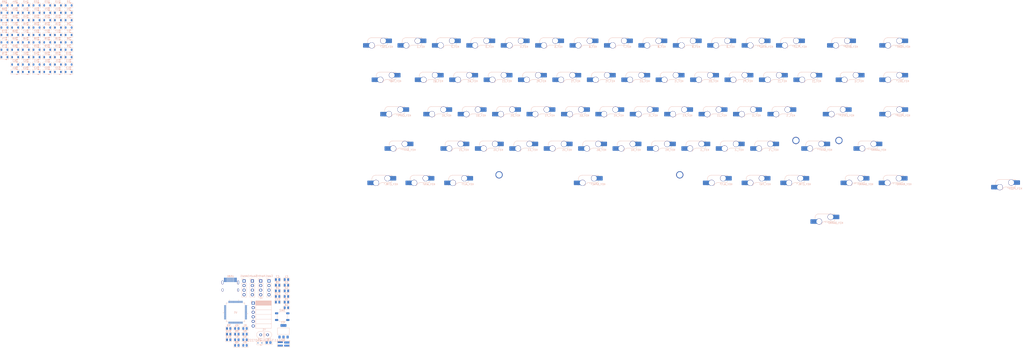
<source format=kicad_pcb>
(kicad_pcb (version 20241229) (generator "pcbnew") (generator_version "9.0")
  (layers (0 "F.Cu" signal) (4 "In1.Cu" signal) (6 "In2.Cu" signal) (2 "B.Cu" signal) (13 "F.Paste" user) (15 "B.Paste" user) (5 "F.SilkS" user "F.Silkscreen") (7 "B.SilkS" user "B.Silkscreen") (1 "F.Mask" user) (3 "B.Mask" user) (25 "Edge.Cuts" user))
  (net 0 "")
  (net 1 "GND")
  (net 2 "+3.3V")
  (net 3 "+5V")
  (net 4 "Net-(D3-A)")
  (net 5 "Net-(D4-A)")
  (net 6 "Net-(D5-A)")
  (net 7 "Net-(D6-A)")
  (net 8 "Net-(D7-A)")
  (net 9 "Net-(D8-A)")
  (net 10 "Net-(D9-A)")
  (net 11 "Net-(D10-A)")
  (net 12 "Net-(D11-A)")
  (net 13 "Net-(D12-A)")
  (net 14 "Net-(D13-A)")
  (net 15 "Net-(D14-A)")
  (net 16 "Net-(D15-A)")
  (net 17 "Net-(D16-A)")
  (net 18 "Net-(D17-A)")
  (net 19 "Net-(D18-A)")
  (net 20 "Net-(D19-A)")
  (net 21 "Net-(D20-A)")
  (net 22 "Net-(D21-A)")
  (net 23 "Net-(D22-A)")
  (net 24 "Net-(D23-A)")
  (net 25 "Net-(D29-A)")
  (net 26 "Net-(D30-A)")
  (net 27 "Net-(D31-A)")
  (net 28 "Net-(D32-A)")
  (net 29 "Net-(D33-A)")
  (net 30 "Net-(D24-A)")
  (net 31 "Net-(D25-A)")
  (net 32 "Net-(D26-A)")
  (net 33 "Net-(D27-A)")
  (net 34 "Net-(D28-A)")
  (net 35 "Net-(D34-A)")
  (net 36 "/COL2")
  (net 37 "/COL3")
  (net 38 "/COL4")
  (net 39 "/COL5")
  (net 40 "/COL1")
  (net 41 "/ROT_TIMB")
  (net 42 "/ROT_TIMA")
  (net 43 "Net-(U1-OSCIN)")
  (net 44 "Net-(U1-OSCOUT)")
  (net 45 "Net-(U1-VCAP)")
  (net 46 "/NRST")
  (net 47 "/D+")
  (net 48 "/D-")
  (net 49 "/ROW1")
  (net 50 "/ROW2")
  (net 51 "/ROW3")
  (net 52 "/ROW4")
  (net 53 "/ROW5")
  (net 54 "Net-(D35-A)")
  (net 55 "/ROT_SW")
  (net 56 "/UART_TX_EAST")
  (net 57 "/UART_RX_EAST")
  (net 58 "Net-(U1-VDDA)")
  (net 59 "/RGB_DATAIN")
  (net 60 "Net-(D36-A)")
  (net 61 "Net-(D37-A)")
  (net 62 "Net-(D38-A)")
  (net 63 "Net-(D39-A)")
  (net 64 "Net-(D40-A)")
  (net 65 "Net-(D41-A)")
  (net 66 "Net-(D42-A)")
  (net 67 "Net-(D43-A)")
  (net 68 "Net-(D44-A)")
  (net 69 "Net-(D45-A)")
  (net 70 "Net-(D46-A)")
  (net 71 "Net-(D47-A)")
  (net 72 "Net-(D48-A)")
  (net 73 "Net-(D50-A)")
  (net 74 "Net-(D51-A)")
  (net 75 "Net-(D52-A)")
  (net 76 "Net-(D53-A)")
  (net 77 "Net-(D54-A)")
  (net 78 "Net-(D55-A)")
  (net 79 "Net-(D56-A)")
  (net 80 "Net-(D57-A)")
  (net 81 "Net-(D58-A)")
  (net 82 "/UART_TX_NORTH")
  (net 83 "/UART_RX_NORTH")
  (net 84 "Net-(USB1-CC2)")
  (net 85 "Net-(USB1-CC1)")
  (net 86 "Net-(U1-PA11)")
  (net 87 "Net-(U1-PA12)")
  (net 88 "Net-(U1-BOOT)")
  (net 89 "/JTCLK")
  (net 90 "Net-(J1-Pin_2)")
  (net 91 "/JTMS")
  (net 92 "Net-(J1-Pin_4)")
  (net 93 "Net-(J1-Pin_5)")
  (net 94 "Net-(J1-Pin_6)")
  (net 95 "/SWO")
  (net 96 "/UART_TX_SOUTH")
  (net 97 "/UART_RX_SOUTH")
  (net 99 "AGND")
  (net 100 "Net-(D59-A)")
  (net 101 "/UART_TX_WEST")
  (net 104 "Net-(D60-A)")
  (net 105 "Net-(D61-A)")
  (net 106 "Net-(D62-A)")
  (net 109 "Net-(D64-A)")
  (net 111 "Net-(D65-A)")
  (net 112 "Net-(D68-A)")
  (net 113 "/UART_RX_WEST")
  (net 114 "Net-(D71-A)")
  (net 115 "Net-(D72-A)")
  (net 116 "Net-(D73-A)")
  (net 119 "Net-(D2-A)")
  (net 124 "Net-(D74-A)")
  (net 125 "Net-(D75-A)")
  (net 126 "Net-(D76-A)")
  (net 127 "/COL12")
  (net 128 "/COL9")
  (net 129 "/COL10")
  (net 130 "/COL11")
  (net 131 "/COL6")
  (net 132 "/COL7")
  (net 133 "/COL8")
  (net 134 "/COL14")
  (net 135 "/COL13")
  (net 136 "/COL15")
  (footprint "PCM_marbastlib-mx:STAB_MX_2.25u" (layer "F.Cu") (at 288.2 85.725)
    (property "Reference" "S4" (hide yes))
    (property "Value" "MX_stab")
  )
  (footprint "PCM_marbastlib-mx:STAB_MX_P_2u" (layer "F.Cu") (at 276.225 104.775)
    (property "Reference" "S3" (hide yes))
    (property "Value" "MX_stab")
  )
  (footprint "PCM_marbastlib-mx:STAB_MX_P_6.25u" (layer "F.Cu") (at 150.01875 123.825)
    (property "Reference" "S2" (hide yes))
    (property "Value" "MX_stab")
  )
  (footprint "PCM_marbastlib-mx:STAB_MX_2u" (layer "F.Cu") (at 290.5125 47.625)
    (property "Reference" "S5" (hide yes))
    (property "Value" "MX_stab")
  )
  (footprint "PCM_marbastlib-mx:STAB_MX_2.25u" (layer "F.Cu") (at 45.24375 104.775)
    (property "Reference" "S1" (hide yes))
    (property "Value" "MX_stab")
  )
  (footprint "PCM_Resistor_SMD_AKL:R_0805_2012Metric" (layer "B.Cu") (at -45.1515 205.13825 180)
    (property "Reference" "R6")
    (property "Value" "22" (hide yes))
  )
  (footprint "PCM_marbastlib-mx:SW_MX_HS_CPG151101S11_1u" (layer "B.Cu") (at 52.41 47.625 180)
    (property "Reference" "KEY_1")
    (property "Value" "MX_SW_HS")
  )
  (footprint "PCM_marbastlib-mx:SW_MX_HS_CPG151101S11_1u" (layer "B.Cu") (at 233.4375 66.675 180)
    (property "Reference" "KEY_P1")
    (property "Value" "MX_SW_HS")
  )
  (footprint "PCM_Diode_SMD_AKL:D_SOD-123" (layer "B.Cu") (at -156.0315 35.19825 180)
    (property "Reference" "D36")
    (property "Value" "1N4148W" (hide yes))
  )
  (footprint "PCM_Capacitor_SMD_AKL:C_0805_2012Metric" (layer "B.Cu") (at -22.584182 178.02825 180)
    (property "Reference" "C8")
    (property "Value" "10uF" (hide yes))
  )
  (footprint "PCM_marbastlib-mx:SW_MX_HS_CPG151101S11_1u" (layer "B.Cu") (at 319.0875 47.625 180)
    (property "Reference" "KEY_HOME1")
    (property "Value" "MX_SW_HS")
  )
  (footprint "PCM_Diode_SMD_AKL:D_SOD-123" (layer "B.Cu") (at -167.8715 26.99825 180)
    (property "Reference" "D55")
    (property "Value" "1N4148W" (hide yes))
  )
  (footprint "PCM_marbastlib-mx:SW_MX_HS_CPG151101S11_1u" (layer "B.Cu") (at 247.65 104.775 180)
    (property "Reference" "KEY_/1")
    (property "Value" "MX_SW_HS")
  )
  (footprint "PCM_Diode_SMD_AKL:D_SOD-123" (layer "B.Cu") (at -173.7915 31.09825 180)
    (property "Reference" "D71")
    (property "Value" "1N4148W" (hide yes))
  )
  (footprint "PCM_marbastlib-mx:SW_MX_HS_CPG151101S11_1u" (layer "B.Cu") (at 223.86 47.625 180)
    (property "Reference" "KEY_0")
    (property "Value" "MX_SW_HS")
  )
  (footprint "PCM_marbastlib-mx:SW_MX_HS_CPG151101S11_1u" (layer "B.Cu") (at 190.5 104.775 180)
    (property "Reference" "KEY_M1")
    (property "Value" "MX_SW_HS")
  )
  (footprint "PCM_Diode_SMD_AKL:D_SOD-123" (layer "B.Cu") (at -156.0315 43.39825 180)
    (property "Reference" "D38")
    (property "Value" "1N4148W" (hide yes))
  )
  (footprint "PCM_Diode_SMD_AKL:D_SOD-123" (layer "B.Cu") (at -144.1915 59.79825 180)
    (property "Reference" "D22")
    (property "Value" "1N4148W" (hide yes))
  )
  (footprint "PCM_marbastlib-mx:SW_MX_HS_CPG151101S11_1u" (layer "B.Cu") (at 133.35 104.775 180)
    (property "Reference" "KEY_V1")
    (property "Value" "MX_SW_HS")
  )
  (footprint "PCM_marbastlib-mx:SW_MX_HS_CPG151101S11_1u" (layer "B.Cu") (at 219.075 85.725 180)
    (property "Reference" "KEY_L1")
    (property "Value" "MX_SW_HS")
  )
  (footprint "PCM_Diode_SMD_AKL:D_SOD-123" (layer "B.Cu") (at -150.1115 47.49825 180)
    (property "Reference" "D29")
    (property "Value" "1N4148W" (hide yes))
  )
  (footprint "PCM_marbastlib-mx:SW_MX_HS_CPG151101S11_1u" (layer "B.Cu") (at 176.2875 66.675 180)
    (property "Reference" "KEY_U1")
    (property "Value" "MX_SW_HS")
  )
  (footprint "PCM_Resistor_SMD_AKL:R_0805_2012Metric" (layer "B.Cu") (at -49.6715 208.25825 180)
    (property "Reference" "R13")
    (property "Value" "DNP" (hide yes))
  )
  (footprint "PCM_marbastlib-mx:SW_MX_HS_CPG151101S11_1u" (layer "B.Cu") (at 318.77 123.825 180)
    (property "Reference" "KEY_RARROW1")
    (property "Value" "MX_SW_HS")
  )
  (footprint "PCM_Diode_SMD_AKL:D_SOD-123" (layer "B.Cu") (at -144.1915 43.39825 180)
    (property "Reference" "D18")
    (property "Value" "1N4148W" (hide yes))
  )
  (footprint "PCM_Diode_SMD_AKL:D_SOD-123" (layer "B.Cu") (at -138.2715 22.89825 180)
    (property "Reference" "D3")
    (property "Value" "1N4148W" (hide yes))
  )
  (footprint "PCM_marbastlib-mx:SW_MX_HS_CPG151101S11_1u" (layer "B.Cu") (at 35.71875 123.825 180)
    (property "Reference" "KEY_CTRL1")
    (property "Value" "MX_SW_HS")
  )
  (footprint "PCM_Diode_SMD_AKL:D_SOD-123" (layer "B.Cu") (at -150.1115 22.89825 180)
    (property "Reference" "D23")
    (property "Value" "1N4148W" (hide yes))
  )
  (footprint "PCM_marbastlib-mx:SW_MX_HS_CPG151101S11_1u" (layer "B.Cu") (at 150.01875 123.825 180)
    (property "Reference" "KEY_SPACE1")
    (property "Value" "MX_SW_HS")
  )
  (footprint "PCM_marbastlib-mx:SW_MX_HS_CPG151101S11_1u" (layer "B.Cu") (at 104.775 85.725 180)
    (property "Reference" "KEY_D1")
    (property "Value" "MX_SW_HS")
  )
  (footprint "PCM_Diode_SMD_AKL:D_SOD-123" (layer "B.Cu") (at -167.8715 43.39825 180)
    (property "Reference" "D59")
    (property "Value" "1N4148W" (hide yes))
  )
  (footprint "PCM_Diode_SMD_AKL:D_SOD-123" (layer "B.Cu") (at -173.7915 22.89825 180)
    (property "Reference" "D65")
    (property "Value" "1N4148W" (hide yes))
  )
  (footprint "Connector_PinSocket_2.54mm:PinSocket_1x04_P2.54mm_Vertical" (layer "B.Cu") (at -31.9465 175.67325 180)
    (property "Reference" "North1")
    (property "Value" "Conn_01x04")
  )
  (footprint "PCM_Resistor_SMD_AKL:R_0805_2012Metric" (layer "B.Cu") (at -45.1515 202.01825 180)
    (property "Reference" "R5")
    (property "Value" "10k" (hide yes))
  )
  (footprint "PCM_Resistor_SMD_AKL:R_0805_2012Metric" (layer "B.Cu") (at -49.6715 205.13825 180)
    (property "Reference" "R10")
    (property "Value" "DNP" (hide yes))
  )
  (footprint "Connector_PinSocket_2.54mm:PinSocket_1x04_P2.54mm_Vertical" (layer "B.Cu") (at -41.1465 175.67325 180)
    (property "Reference" "West1")
    (property "Value" "Conn_01x04")
  )
  (footprint "PCM_Diode_SMD_AKL:D_SOD-123" (layer "B.Cu") (at -156.0315 51.59825 180)
    (property "Reference" "D40")
    (property "Value" "1N4148W" (hide yes))
  )
  (footprint "PCM_marbastlib-mx:SW_MX_HS_CPG151101S11_1u" (layer "B.Cu") (at 95.25 104.775 180)
    (property "Reference" "KEY_X1")
    (property "Value" "MX_SW_HS")
  )
  (footprint "PCM_Diode_SMD_AKL:D_SOD-123" (layer "B.Cu") (at -150.1115 35.19825 180)
    (property "Reference" "D26")
    (property "Value" "1N4148W" (hide yes))
  )
  (footprint "PCM_Diode_SMD_AKL:D_SOD-123" (layer "B.Cu") (at -167.8715 55.69825 180)
    (property "Reference" "D62")
    (property "Value" "1N4148W" (hide yes))
  )
  (footprint "PCM_Diode_SMD_AKL:D_SOD-123" (layer "B.Cu") (at -144.1915 39.29825 180)
    (property "Reference" "D17")
    (property "Value" "1N4148W" (hide yes))
  )
  (footprint "PCM_marbastlib-mx:SW_MX_HS_CPG151101S11_1u" (layer "B.Cu") (at 71.46 47.625 180)
    (property "Reference" "KEY_2")
    (property "Value" "MX_SW_HS")
  )
  (footprint "PCM_Diode_SMD_AKL:D_SOD-123" (layer "B.Cu") (at -144.1915 26.99825 180)
    (property "Reference" "D14")
    (property "Value" "1N4148W" (hide yes))
  )
  (footprint "PCM_marbastlib-mx:SW_MX_HS_CPG151101S11_1u" (layer "B.Cu") (at 161.925 85.725 180)
    (property "Reference" "KEY_H1")
    (property "Value" "MX_SW_HS")
  )
  (footprint "PCM_marbastlib-mx:SW_MX_HS_CPG151101S11_1u" (layer "B.Cu") (at 185.76 47.625 180)
    (property "Reference" "KEY_8")
    (property "Value" "MX_SW_HS")
  )
  (footprint "PCM_marbastlib-mx:SW_MX_HS_CPG151101S11_1u" (layer "B.Cu") (at 147.66 47.625 180)
    (property "Reference" "KEY_6")
    (property "Value" "MX_SW_HS")
  )
  (footprint "PCM_Diode_SMD_AKL:D_SOD-123" (layer "B.Cu") (at -156.0315 59.79825 180)
    (property "Reference" "D42")
    (property "Value" "1N4148W" (hide yes))
  )
  (footprint "PCM_marbastlib-mx:SW_MX_HS_CPG151101S11_1u" (layer "B.Cu") (at 242.8875 123.825 180)
    (property "Reference" "KEY_FN1")
    (property "Value" "MX_SW_HS")
  )
  (footprint "PCM_marbastlib-mx:SW_MX_HS_CPG151101S11_1u" (layer "B.Cu") (at 33.3375 47.625 180)
    (property "Reference" "KEY_ESC1")
    (property "Value" "MX_SW_HS")
  )
  (footprint "PCM_Diode_SMD_AKL:D_SOD-123" (layer "B.Cu") (at -156.0315 22.89825 180)
    (property "Reference" "D33")
    (property "Value" "1N4148W" (hide yes))
  )
  (footprint "PCM_marbastlib-mx:SW_MX_HS_CPG151101S11_1u" (layer "B.Cu") (at 90.51 47.625 180)
    (property "Reference" "KEY_3")
    (property "Value" "MX_SW_HS")
  )
  (footprint "PCM_marbastlib-mx:SW_MX_HS_CPG151101S11_1u" (layer "B.Cu") (at 66.675 85.725 180)
    (property "Reference" "KEY_A1")
    (property "Value" "MX_SW_HS")
  )
  (footprint "PCM_marbastlib-mx:SW_MX_HS_CPG151101S11_1u" (layer "B.Cu") (at 214.3875 66.675 180)
    (property "Reference" "KEY_O1")
    (property "Value" "MX_SW_HS")
  )
  (footprint "PCM_Diode_SMD_AKL:D_SOD-123" (layer "B.Cu") (at -156.0315 31.09825 180)
    (property "Reference" "D35")
    (property "Value" "1N4148W" (hide yes))
  )
  (footprint "PCM_marbastlib-mx:SW_MX_HS_CPG151101S11_1u" (layer "B.Cu") (at 280.9875 145.25625 180)
    (property "Reference" "KEY_DARROW1")
    (property "Value" "MX_SW_HS")
  )
  (footprint "PCM_marbastlib-mx:SW_MX_HS_CPG151101S11_1u" (layer "B.Cu") (at 171.45 104.775 180)
    (property "Reference" "KEY_N1")
    (property "Value" "MX_SW_HS")
  )
  (footprint "PCM_Diode_SMD_AKL:D_SOD-123" (layer "B.Cu") (at -173.7915 35.19825 180)
    (property "Reference" "D72")
    (property "Value" "1N4148W" (hide yes))
  )
  (footprint "PCM_Diode_SMD_AKL:D_SOD-123" (layer "B.Cu") (at -138.2715 59.79825 180)
    (property "Reference" "D12")
    (property "Value" "1N4148W" (hide yes))
  )
  (footprint "PCM_Diode_SMD_AKL:D_SOD-123" (layer "B.Cu") (at -161.9515 26.99825 180)
    (property "Reference" "D44")
    (property "Value" "1N4148W" (hide yes))
  )
  (footprint "PCM_Diode_SMD_AKL:D_SOD-123" (layer "B.Cu") (at -138.2715 26.99825 180)
    (property "Reference" "D4")
    (property "Value" "1N4148W" (hide yes))
  )
  (footprint "PCM_marbastlib-mx:SW_MX_HS_CPG151101S11_1u" (layer "B.Cu") (at 319.0875 66.675 180)
    (property "Reference" "KEY_DEL1")
    (property "Value" "MX_SW_HS")
  )
  (footprint "PCM_Resistor_SMD_AKL:R_0805_2012Metric" (layer "B.Cu") (at -40.6315 208.25825 180)
    (property "Reference" "R3")
    (property "Value" "22" (hide yes))
  )
  (footprint "PCM_marbastlib-mx:SW_MX_HS_CPG151101S11_1u" (layer "B.Cu") (at 138.1125 66.675 180)
    (property "Reference" "KEY_T1")
    (property "Value" "MX_SW_HS")
  )
  (footprint "PCM_marbastlib-mx:SW_MX_HS_CPG151101S11_1u" (layer "B.Cu") (at 109.56 47.625 180)
    (property "Reference" "KEY_4")
    (property "Value" "MX_SW_HS")
  )
  (footprint "PCM_Diode_SMD_AKL:D_SOD-123" (layer "B.Cu") (at -156.0315 47.49825 180)
    (property "Reference" "D39")
    (property "Value" "1N4148W" (hide yes))
  )
  (footprint "PCM_Capacitor_SMD_AKL:C_0805_2012Metric" (layer "B.Cu") (at -17.702394 190.50825 180)
    (property "Reference" "C6")
    (property "Value" "100nF" (hide yes))
  )
  (footprint "PCM_Resistor_SMD_AKL:R_0805_2012Metric" (layer "B.Cu") (at -45.1515 208.25825 180)
    (property "Reference" "R7")
    (property "Value" "22" (hide yes))
  )
  (footprint "PCM_Capacitor_SMD_AKL:C_0805_2012Metric" (layer "B.Cu") (at -17.702394 178.02825 180)
    (property "Reference" "C2")
    (property "Value" "20pF" (hide yes))
  )
  (footprint "PCM_Diode_SMD_AKL:D_SOD-123" (layer "B.Cu") (at -144.1915 47.49825 180)
    (property "Reference" "D19")
    (property "Value" "1N4148W" (hide yes))
  )
  (footprint "PCM_Capacitor_SMD_AKL:C_0805_2012Metric" (layer "B.Cu") (at -22.584182 181.14825 180)
    (property "Reference" "C9")
    (property "Value" "4.7uF" (hide yes))
  )
  (footprint "PCM_Diode_SMD_AKL:D_SOD-123" (layer "B.Cu") (at -161.9515 43.39825 180)
    (property "Reference" "D48")
    (property "Value" "1N4148W" (hide yes))
  )
  (footprint "PCM_Diode_SMD_AKL:D_SOD-123" (layer "B.Cu") (at -150.1115 39.29825 180)
    (property "Reference" "D27")
    (property "Value" "1N4148W" (hide yes))
  )
  (footprint "PCM_marbastlib-mx:SW_MX_HS_CPG151101S11_1u" (layer "B.Cu") (at 61.9875 66.675 180)
    (property "Reference" "KEY_Q1")
    (property "Value" "MX_SW_HS")
  )
  (footprint "PCM_marbastlib-mx:SW_MX_HS_CPG151101S11_1u" (layer "B.Cu") (at 304.8 104.775 180)
    (property "Reference" "KEY_UARROW1")
    (property "Value" "MX_SW_HS")
  )
  (footprint "PCM_Diode_SMD_AKL:D_SOD-123" (layer "B.Cu") (at -156.0315 55.69825 180)
    (property "Reference" "D41")
    (property "Value" "1N4148W" (hide yes))
  )
  (footprint "PCM_Diode_SMD_AKL:D_SOD-123" (layer "B.Cu") (at -138.2715 47.49825 180)
    (property "Reference" "D9")
    (property "Value" "1N4148W" (hide yes))
  )
  (footprint "PCM_Diode_SMD_AKL:D_SOD-123" (layer "B.Cu") (at -138.2715 31.09825 180)
    (property "Reference" "D5")
    (property "Value" "1N4148W" (hide yes))
  )
  (footprint "PCM_Diode_SMD_AKL:D_SOD-123" (layer "B.Cu") (at -138.2715 55.69825 180)
    (property "Reference" "D11")
    (property "Value" "1N4148W" (hide yes))
  )
  (footprint "PCM_Diode_SMD_AKL:D_SOD-123" (layer "B.Cu") (at -167.8715 47.49825 180)
    (property "Reference" "D60")
    (property "Value" "1N4148W" (hide yes))
  )
  (footprint "PCM_Capacitor_SMD_AKL:C_0805_2012Metric" (layer "B.Cu") (at -17.702394 184.26825 180)
    (property "Reference" "C4")
    (property "Value" "100nF" (hide yes))
  )
  (footprint "PCM_Diode_SMD_AKL:D_SOD-123" (layer "B.Cu") (at -167.8715 22.89825 180)
    (property "Reference" "D54")
    (property "Value" "1N4148W" (hide yes))
  )
  (footprint "Type-C.pretty-master:HRO-TYPE-C-31-M-12-HandSoldering" (layer "B.Cu") (at -48.7415 183.26825 180)
    (property "Reference" "USB1")
    (property "Value" "HRO-TYPE-C-31-M-12")
  )
  (footprint "PCM_Diode_SMD_AKL:D_SOD-123" (layer "B.Cu") (at -138.2715 35.19825 180)
    (property "Reference" "D6")
    (property "Value" "1N4148W" (hide yes))
  )
  (footprint "PCM_marbastlib-mx:SW_MX_HS_CPG151101S11_1u" (layer "B.Cu") (at 78.26375 123.825 180)
    (property "Reference" "KEY_ALT1")
    (property "Value" "MX_SW_HS")
  )
  (footprint "PCM_marbastlib-mx:SW_MX_HS_CPG151101S11_1u" (layer "B.Cu") (at 119.1125 66.675 180)
    (property "Reference" "KEY_R1")
    (property "Value" "MX_SW_HS")
  )
  (footprint "PCM_marbastlib-mx:SW_MX_HS_CPG151101S11_1u" (layer "B.Cu") (at 252.4875 66.675 180)
    (property "Reference" "KEY_[1")
    (property "Value" "MX_SW_HS")
  )
  (footprint "PCM_Diode_SMD_AKL:D_SOD-123" (layer "B.Cu") (at -173.7915 47.49825 180)
    (property "Reference" "D75")
    (property "Value" "1N4148W" (hide yes))
  )
  (footprint "PCM_marbastlib-mx:SW_MX_HS_CPG151101S11_1u" (layer "B.Cu") (at 200.025 85.725 180)
    (property "Reference" "KEY_K1")
    (property "Value" "MX_SW_HS")
  )
  (footprint "PCM_marbastlib-mx:SW_MX_HS_CPG151101S11_1u" (layer "B.Cu") (at 45.24375 104.775 180)
    (property "Reference" "KEY_SHIFT1")
    (property "Value" "MX_SW_HS")
  )
  (footprint "PCM_marbastlib-various:SW_SPST_SKQG_WithStem" (layer "B.Cu") (at -20.0365 195.44325 180)
    (property "Reference" "SW2")
    (property "Value" "Push_Button")
  )
  (footprint "PCM_Diode_SMD_AKL:D_SOD-123" (layer "B.Cu") (at -167.8715 39.29825 180)
    (property "Reference" "D58")
    (property "Value" "1N4148W" (hide yes))
  )
  (footprint "PCM_Diode_SMD_AKL:D_SOD-123" (layer "B.Cu") (at -144.1915 51.59825 180)
    (property "Reference" "D20")
    (property "Value" "1N4148W" (hide yes))
  )
  (footprint "PCM_Diode_SMD_AKL:D_SOD-123" (layer "B.Cu") (at -144.1915 31.09825 180)
    (property "Reference" "D15")
    (property "Value" "1N4148W" (hide yes))
  )
  (footprint "PCM_marbastlib-mx:SW_MX_HS_CPG151101S11_1u" (layer "B.Cu") (at 38.1 66.675 180)
    (property "Reference" "KEY_TAB1")
    (property "Value" "MX_SW_HS")
  )
  (footprint "PCM_Diode_SMD_AKL:D_SOD-323" (layer "B.Cu") (at -32.4015 209.99825 180)
    (property "Reference" "D2")
    (property "Value" "BAT60JFILM" (hide yes))
  )
  (footprint "PCM_Diode_SMD_AKL:D_SOD-123" (layer "B.Cu") (at -161.9515 55.69825 180)
    (property "Reference" "D52")
    (property "Value" "1N4148W" (hide yes))
  )
  (footprint "PCM_marbastlib-mx:SW_MX_HS_CPG151101S11_1u" (layer "B.Cu") (at 100.0875 66.675 180)
    (property "Reference" "KEY_E1")
    (property "Value" "MX_SW_HS")
  )
  (footprint "PCM_marbastlib-mx:SW_MX_HS_CPG151101S11_1u" (layer "B.Cu") (at 56.8325 123.825 180)
    (property "Reference" "KEY_WIN1")
    (property "Value" "MX_SW_HS")
  )
  (footprint "PCM_Diode_SMD_AKL:D_SOD-123" (layer "B.Cu") (at -161.9515 59.79825 180)
    (property "Reference" "D53")
    (property "Value" "1N4148W" (hide yes))
  )
  (footprint "PCM_marbastlib-mx:SW_MX_HS_CPG151101S11_1u" (layer "B.Cu") (at 152.4 104.775 180)
    (property "Reference" "KEY_B1")
    (property "Value" "MX_SW_HS")
  )
  (footprint "PCM_Resistor_SMD_AKL:R_0805_2012Metric" (layer "B.Cu") (at -40.6315 205.13825 180)
    (property "Reference" "R2")
    (property "Value" "5.1k" (hide yes))
  )
  (footprint "PCM_marbastlib-mx:SW_MX_HS_CPG151101S11_1u" (layer "B.Cu") (at 264.31875 123.825 180)
    (property "Reference" "KEY_CTRL2")
    (property "Value" "MX_SW_HS")
  )
  (footprint "PCM_marbastlib-mx:SW_MX_HS_CPG151101S11_1u" (layer "B.Cu") (at 142.93625 85.725 180)
    (property "Reference" "KEY_G1")
    (property "Value" "MX_SW_HS")
  )
  (footprint "PCM_Capacitor_SMD_AKL:C_0805_2012Metric" (layer "B.Cu") (at -22.584182 184.26825 180)
    (property "Reference" "C10")
    (property "Value" "1uF" (hide yes))
  )
  (footprint "PCM_marbastlib-mx:SW_MX_HS_CPG151101S11_1u" (layer "B.Cu") (at 85.725 85.725 180)
    (property "Reference" "KEY_S1")
    (property "Value" "MX_SW_HS")
  )
  (footprint "PCM_Diode_SMD_AKL:D_SOD-123" (layer "B.Cu") (at -144.1915 35.19825 180)
    (property "Reference" "D16")
    (property "Value" "1N4148W" (hide yes))
  )
  (footprint "PCM_marbastlib-mx:SW_MX_HS_CPG151101S11_1u" (layer "B.Cu") (at 381 126.20625 180)
    (property "Reference" "KEY_PGDN1")
    (property "Value" "MX_SW_HS")
  )
  (footprint "PCM_Capacitor_SMD_AKL:C_0805_2012Metric" (layer "B.Cu") (at -22.584182 187.38825 180)
    (property "Reference" "C11")
    (property "Value" "0.1uF" (hide yes))
  )
  (footprint "PCM_Diode_SMD_AKL:D_SOD-123" (layer "B.Cu") (at -161.9515 31.09825 180)
    (property "Reference" "D45")
    (property "Value" "1N4148W" (hide yes))
  )
  (footprint "PCM_marbastlib-mx:SW_MX_HS_CPG151101S11_1u" (layer "B.Cu") (at 42.8625 85.725 180)
    (property "Reference" "KEY_CAPS1")
    (property "Value" "MX_SW_HS")
  )
  (footprint "PCM_marbastlib-mx:SW_MX_HS_CPG151101S11_1u" (layer "B.Cu") (at 123.825 85.725 180)
    (property "Reference" "KEY_F1")
    (property "Value" "MX_SW_HS")
  )
  (footprint "PCM_marbastlib-mx:SW_MX_HS_CPG151101S11_1u" (layer "B.Cu") (at 195.3125 66.675 180)
    (property "Reference" "KEY_I1")
    (property "Value" "MX_SW_HS")
  )
  (footprint "PCM_Diode_SMD_AKL:D_SOD-123" (layer "B.Cu") (at -161.9515 51.59825 180)
    (property "Reference" "D51")
    (property "Value" "1N4148W" (hide yes))
  )
  (footprint "PCM_Diode_SMD_AKL:D_SOD-123" (layer "B.Cu") (at -150.1115 26.99825 180)
    (property "Reference" "D24")
    (property "Value" "1N4148W" (hide yes))
  )
  (footprint "PCM_marbastlib-mx:SW_MX_HS_CPG151101S11_1u" (layer "B.Cu") (at 294.9575 66.675 180)
    (property "Reference" "KEY_\\1")
    (property "Value" "MX_SW_HS")
  )
  (footprint "PCM_Diode_SMD_AKL:D_SOD-123" (layer "B.Cu") (at -167.8715 59.79825 180)
    (property "Reference" "D64")
    (property "Value" "1N4148W" (hide yes))
  )
  (footprint "PCM_Diode_SMD_AKL:D_SOD-123" (layer "B.Cu") (at -161.9515 47.49825 180)
    (property "Reference" "D50")
    (property "Value" "1N4148W" (hide yes))
  )
  (footprint "PCM_Resistor_SMD_AKL:R_0805_2012Metric" (layer "B.Cu") (at -49.6715 202.01825 180)
    (property "Reference" "R9")
    (property "Value" "22" (hide yes))
  )
  (footprint "PCM_Diode_SMD_AKL:D_SOD-123" (layer "B.Cu") (at -150.1115 55.69825 180)
    (property "Reference" "D31")
    (property "Value" "1N4148W" (hide yes))
  )
  (footprint "PCM_Fuse_AKL:Fuse_0805_2012Metric_Pad1.15x1.40mm_BigPads" (layer "B.Cu") (at -27.5815 209.80825 180)
    (property "Reference" "FB1")
    (property "Value" "Ferrite_Bead" (hide yes))
  )
  (footprint "PCM_marbastlib-mx:SW_MX_HS_CPG151101S11_1u" (layer "B.Cu") (at 290.195 47.625 180)
    (property "Reference" "KEY_BKSP1")
    (property "Value" "MX_SW_HS")
  )
  (footprint "PCM_Diode_SMD_AKL:D_SOD-123" (layer "B.Cu") (at -150.1115 31.09825 180)
    (property "Reference" "D25")
    (property "Value" "1N4148W" (hide yes))
  )
  (footprint "PCM_marbastlib-mx:SW_MX_HS_CPG151101S11_1u" (layer "B.Cu") (at 242.91 47.625 180)
    (property "Reference" "KEY_MINUS1")
    (property "Value" "MX_SW_HS")
  )
  (footprint "PCM_Diode_SMD_AKL:D_SOD-123" (layer "B.Cu") (at -173.7915 26.99825 180)
    (property "Reference" "D68")
    (property "Value" "1N4148W" (hide yes))
  )
  (footprint "PCM_marbastlib-mx:SW_MX_HS_CPG151101S11_1u" (layer "B.Cu") (at 209.55 104.775 180)
    (property "Reference" "KEY_,1")
    (property "Value" "MX_SW_HS")
  )
  (footprint "PCM_Diode_SMD_AKL:D_SOD-123" (layer "B.Cu") (at -161.9515 39.29825 180)
    (property "Reference" "D47")
    (property "Value" "1N4148W" (hide yes))
  )
  (footprint "PCM_marbastlib-mx:SW_MX_HS_CPG151101S11_1u" (layer "B.Cu") (at 238.13625 85.725 180)
    (property "Reference" "KEY_;1")
    (property "Value" "MX_SW_HS")
  )
  (footprint "PCM_marbastlib-mx:SW_MX_HS_CPG151101S11_1u" (layer "B.Cu") (at 157.2375 66.675 180)
    (property "Reference" "KEY_Y1")
    (property "Value" "MX_SW_HS")
  )
  (footprint "PCM_Diode_SMD_AKL:D_SOD-123" (layer "B.Cu") (at -161.9515 35.19825 180)
    (property "Reference" "D46")
    (property "Value" "1N4148W" (hide yes))
  )
  (footprint "PCM_Package_TO_SOT_SMD_AKL:SOT-143_Handsoldering" (layer "B.Cu") (at -19.314 210.54325 180)
    (property "Reference" "D1")
    (property "Value" "PRTR5V0U2X")
  )
  (footprint "PCM_Diode_SMD_AKL:D_SOD-123" (layer "B.Cu") (at -156.0315 26.99825 180)
    (property "Reference" "D34")
    (property "Value" "1N4148W" (hide yes))
  )
  (footprint "Connector_PinSocket_2.54mm:PinSocket_1x06_P2.54mm_Horizontal" (layer "B.Cu") (at -36.0965 187.92325 180)
    (property "Reference" "J1")
    (property "Value" "Conn_01x06")
  )
  (footprint "PCM_marbastlib-mx:SW_MX_HS_CPG151101S11_1u" (layer "B.Cu") (at 261.9375 47.625 180)
    (property "Reference" "KEY_PLUS1")
    (property "Value" "MX_SW_HS")
  )
  (footprint "Connector_PinSocket_2.54mm:PinSocket_1x04_P2.54mm_Vertical" (layer "B.Cu") (at -27.3465 175.67325 180)
    (property "Reference" "East1")
    (property "Value" "Conn_01x04")
  )
  (footprint "PCM_marbastlib-mx:SW_MX_HS_CPG151101S11_1u" (layer "B.Cu") (at 114.3 104.775 180)
    (property "Reference" "KEY_C1")
    (property "Value" "MX_SW_HS")
  )
  (footprint "PCM_marbastlib-mx:SW_MX_HS_CPG151101S11_1u" (layer "B.Cu") (at 166.71 47.625 180)
    (property "Reference" "KEY_7")
    (property "Value" "MX_SW_HS")
  )
  (footprint "PCM_Diode_SMD_AKL:D_SOD-123" (layer "B.Cu") (at -150.1115 51.59825 180)
    (property "Reference" "D30")
    (property "Value" "1N4148W" (hide yes))
  )
  (footprint "PCM_Resistor_SMD_AKL:R_0805_2012Metric" (layer "B.Cu") (at -40.6315 211.37825 180)
    (property "Reference" "R4")
    (property "Value" "22" (hide yes))
  )
  (footprint "PCM_marbastlib-mx:SW_MX_HS_CPG151101S11_1u" (layer "B.Cu") (at 76.2 104.775 180)
    (property "Reference" "KEY_Z1")
    (property "Value" "MX_SW_HS")
  )
  (footprint "PCM_Diode_SMD_AKL:D_SOD-123" (layer "B.Cu") (at -156.0315 39.29825 180)
    (property "Reference" "D37")
    (property "Value" "1N4148W" (hide yes))
  )
  (footprint "PCM_Diode_SMD_AKL:D_SOD-123" (layer "B.Cu") (at -144.1915 55.69825 180)
    (property "Reference" "D21")
    (property "Value" "1N4148W" (hide yes))
  )
  (footprint "PCM_marbastlib-mx:SW_MX_HS_CPG151101S11_1u" (layer "B.Cu") (at 128.61 47.625 180)
    (property "Reference" "KEY_5")
    (property "Value" "MX_SW_HS")
  )
  (footprint "PCM_Diode_SMD_AKL:D_SOD-123" (layer "B.Cu") (at -161.9515 22.89825 180)
    (property "Reference" "D43")
    (property "Value" "1N4148W" (hide yes))
  )
  (footprint "footprints:LQFP64-10x10mm" (layer "B.Cu") (at -45.8748 193.02935 180)
    (property "Reference" "U1")
    (property "Value" "~")
  )
  (footprint "PCM_Diode_SMD_AKL:D_SOD-123" (layer "B.Cu") (at -144.1915 22.89825 180)
    (property "Reference" "D13")
    (property "Value" "1N4148W" (hide yes))
  )
  (footprint "PCM_Capacitor_SMD_AKL:C_0805_2012Metric" (layer "B.Cu") (at -17.702394 187.38825 180)
    (property "Reference" "C5")
    (property "Value" "100nF" (hide yes))
  )
  (footprint "PCM_Capacitor_SMD_AKL:C_0805_2012Metric" (layer "B.Cu") (at -22.584182 174.90825 180)
    (property "Reference" "C7")
    (property "Value" "1uF" (hide yes))
  )
  (footprint "PCM_marbastlib-mx:SW_MX_HS_CPG151101S11_1u" (layer "B.Cu") (at 257.175 85.725 180)
    (property "Reference" "KEY_'1")
    (property "Value" "MX_SW_HS")
  )
  (footprint "PCM_Diode_SMD_AKL:D_SOD-123" (layer "B.Cu") (at -173.7915 43.39825 180)
    (property "Reference" "D74")
    (property "Value" "1N4148W" (hide yes))
  )
  (footprint "PCM_marbastlib-mx:SW_MX_HS_CPG151101S11_1u" (layer "B.Cu") (at 221.45625 123.825 180)
    (property "Reference" "KEY_ALT2")
    (property "Value" "MX_SW_HS")
  )
  (footprint "PCM_marbastlib-mx:SW_MX_HS_CPG151101S11_1u" (layer "B.Cu") (at 180.975 85.725 180)
    (property "Reference" "KEY_J1")
    (property "Value" "MX_SW_HS")
  )
  (footprint "PCM_marbastlib-mx:SW_MX_HS_CPG151101S11_1u" (layer "B.Cu") (at 204.81 47.625 180)
    (property "Reference" "KEY_9")
    (property "Value" "MX_SW_HS")
  )
  (footprint "Connector_PinSocket_2.54mm:PinSocket_1x04_P2.54mm_Vertical" (layer "B.Cu") (at -36.5465 175.67325 180)
    (property "Reference" "South1")
    (property "Value" "Conn_01x04")
  )
  (footprint "PCM_Crystal_AKL:Crystal_HC52-U_Vertical" (layer "B.Cu") (at -28.1465 205.52325 180)
    (property "Reference" "Y1")
    (property "Value" "8MHz" (hide yes))
  )
  (footprint "PCM_marbastlib-mx:SW_MX_HS_CPG151101S11_1u" (layer "B.Cu") (at 271.5375 66.675 180)
    (property "Reference" "KEY_]1")
    (property "Value" "MX_SW_HS")
  )
  (footprint "PCM_marbastlib-mx:SW_MX_HS_CPG151101S11_1u" (layer "B.Cu") (at 275.9075 104.775 180)
    (property "Reference" "KEY_SHIFT2")
    (property "Value" "MX_SW_HS")
  )
  (footprint "PCM_Diode_SMD_AKL:D_SOD-123" (layer "B.Cu") (at -173.7915 51.59825 180)
    (property "Reference" "D76")
    (property "Value" "1N4148W" (hide yes))
  )
  (footprint "PCM_marbastlib-mx:SW_MX_HS_CPG151101S11_1u" (layer "B.Cu") (at 297.65625 123.825 180)
    (property "Reference" "KEY_DARROW2")
    (property "Value" "MX_SW_HS")
  )
  (footprint "PCM_Resistor_SMD_AKL:R_0805_2012Metric" (layer "B.Cu") (at -40.6315 202.01825 180)
    (property "Reference" "R1")
    (property "Value" "5.1k" (hide yes))
  )
  (footprint "PCM_Diode_SMD_AKL:D_SOD-123" (layer "B.Cu") (at -138.2715 39.29825 180)
    (property "Reference" "D7")
    (property "Value" "1N4148W" (hide yes))
  )
  (footprint "PCM_Diode_SMD_AKL:D_SOD-123" (layer "B.Cu") (at -150.1115 43.39825 180)
    (property "Reference" "D28")
    (property "Value" "1N4148W" (hide yes))
  )
  (footprint "PCM_Diode_SMD_AKL:D_SOD-123" (layer "B.Cu") (at -150.1115 59.79825 180)
    (property "Reference" "D32")
    (property "Value" "1N4148W" (hide yes))
  )
  (footprint "PCM_Diode_SMD_AKL:D_SOD-123" (layer "B.Cu") (at -167.8715 35.19825 180)
    (property "Reference" "D57")
    (property "Value" "1N4148W" (hide yes))
  )
  (footprint "PCM_Capacitor_SMD_AKL:C_0805_2012Metric" (layer "B.Cu") (at -17.702394 174.90825 180)
    (property "Reference" "C1")
    (property "Value" "20pF" (hide yes))
  )
  (footprint "PCM_Resistor_SMD_AKL:R_0805_2012Metric" (layer "B.Cu") (at -45.1515 211.37825 180)
    (property "Reference" "R8")
    (property "Value" "22" (hide yes))
  )
  (footprint "PCM_marbastlib-mx:SW_MX_HS_CPG151101S11_1u" (layer "B.Cu") (at 287.81375 85.725 180)
    (property "Reference" "KEY_ENTER1")
    (property "Value" "MX_SW_HS")
  )
  (footprint "PCM_Diode_SMD_AKL:D_SOD-123" (layer "B.Cu") (at -138.2715 51.59825 180)
    (property "Reference" "D10")
    (property "Value" "1N4148W" (hide yes))
  )
  (footprint "PCM_Diode_SMD_AKL:D_SOD-123" (layer "B.Cu") (at -138.2715 43.39825 180)
    (property "Reference" "D8")
    (property "Value" "1N4148W" (hide yes))
  )
  (footprint "PCM_Diode_SMD_AKL:D_SOD-123" (layer "B.Cu") (at -167.8715 31.09825 180)
    (property "Reference" "D56")
    (property "Value" "1N4148W" (hide yes))
  )
  (footprint "PCM_Diode_SMD_AKL:D_SOD-123" (layer "B.Cu") (at -167.8715 51.59825 180)
    (property "Reference" "D61")
    (property "Value" "1N4148W" (hide yes))
  )
  (footprint "PCM_4ms_Package_SOT:SOT223" (layer "B.Cu") (at -19.3365 203.54325 180)
    (property "Reference" "IC1")
    (property "Value" "LD1117-3.3V-SOT223")
  )
  (footprint "PCM_marbastlib-mx:SW_MX_HS_CPG151101S11_1u" (layer "B.Cu") (at 319.0875 85.725 180)
    (property "Reference" "KEY_PGUP1")
    (property "Value" "MX_SW_HS")
  )
  (footprint "PCM_Capacitor_SMD_AKL:C_0805_2012Metric" (layer "B.Cu") (at -17.702394 181.14825 180)
    (property "Reference" "C3")
    (property "Value" "100nF" (hide yes))
  )
  (footprint "PCM_Diode_SMD_AKL:D_SOD-123" (layer "B.Cu") (at -173.7915 39.29825 180)
    (property "Reference" "D73")
    (property "Value" "1N4148W" (hide yes))
  )
  (footprint "PCM_marbastlib-mx:SW_MX_HS_CPG151101S11_1u" (layer "B.Cu") (at 228.6 104.775 180)
    (property "Reference" "KEY_.1")
    (property "Value" "MX_SW_HS")
  )
  (footprint "PCM_marbastlib-mx:SW_MX_HS_CPG151101S11_1u" (layer "B.Cu") (at 81.0375 66.675 180)
    (property "Reference" "KEY_W1")
    (property "Value" "MX_SW_HS")
  )
)
</source>
